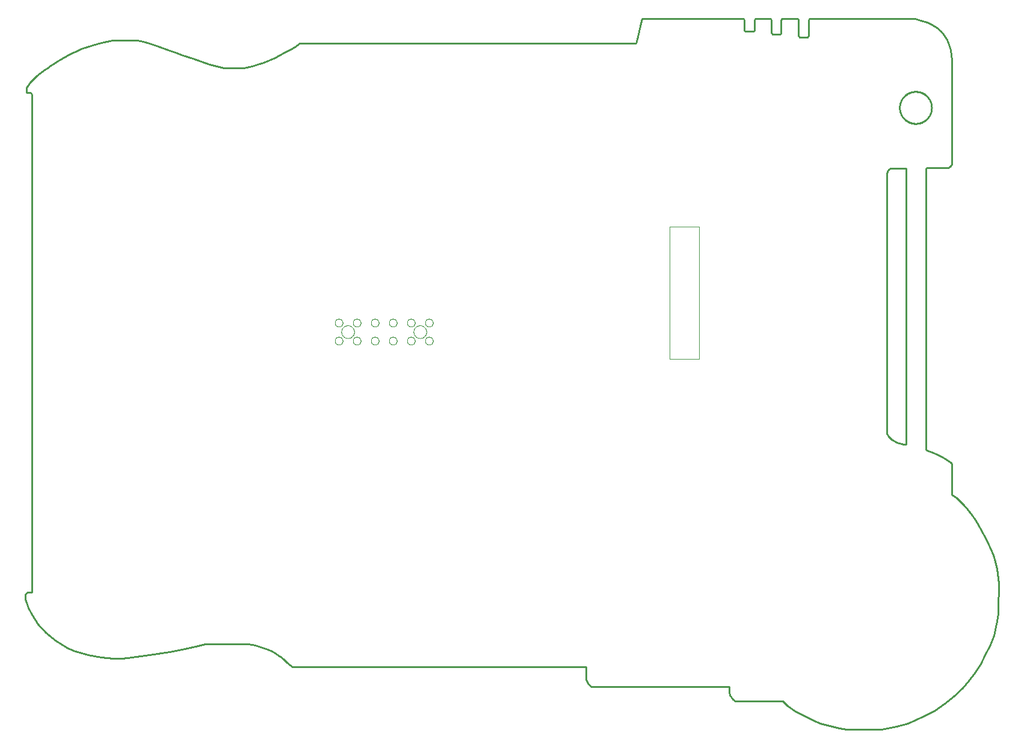
<source format=gbp>
G75*
%MOIN*%
%OFA0B0*%
%FSLAX25Y25*%
%IPPOS*%
%LPD*%
%AMOC8*
5,1,8,0,0,1.08239X$1,22.5*
%
%ADD10C,0.00000*%
%ADD11C,0.00394*%
%ADD12C,0.01000*%
D10*
X0182105Y0257072D02*
X0182107Y0257165D01*
X0182113Y0257257D01*
X0182123Y0257349D01*
X0182137Y0257440D01*
X0182154Y0257531D01*
X0182176Y0257621D01*
X0182201Y0257710D01*
X0182230Y0257798D01*
X0182263Y0257884D01*
X0182300Y0257969D01*
X0182340Y0258053D01*
X0182384Y0258134D01*
X0182431Y0258214D01*
X0182481Y0258292D01*
X0182535Y0258367D01*
X0182592Y0258440D01*
X0182652Y0258510D01*
X0182715Y0258578D01*
X0182781Y0258643D01*
X0182849Y0258705D01*
X0182920Y0258765D01*
X0182994Y0258821D01*
X0183070Y0258874D01*
X0183148Y0258923D01*
X0183228Y0258970D01*
X0183310Y0259012D01*
X0183394Y0259052D01*
X0183479Y0259087D01*
X0183566Y0259119D01*
X0183654Y0259148D01*
X0183743Y0259172D01*
X0183833Y0259193D01*
X0183924Y0259209D01*
X0184016Y0259222D01*
X0184108Y0259231D01*
X0184201Y0259236D01*
X0184293Y0259237D01*
X0184386Y0259234D01*
X0184478Y0259227D01*
X0184570Y0259216D01*
X0184661Y0259201D01*
X0184752Y0259183D01*
X0184842Y0259160D01*
X0184930Y0259134D01*
X0185018Y0259104D01*
X0185104Y0259070D01*
X0185188Y0259033D01*
X0185271Y0258991D01*
X0185352Y0258947D01*
X0185432Y0258899D01*
X0185509Y0258848D01*
X0185583Y0258793D01*
X0185656Y0258735D01*
X0185726Y0258675D01*
X0185793Y0258611D01*
X0185857Y0258545D01*
X0185919Y0258475D01*
X0185977Y0258404D01*
X0186032Y0258330D01*
X0186084Y0258253D01*
X0186133Y0258174D01*
X0186179Y0258094D01*
X0186221Y0258011D01*
X0186259Y0257927D01*
X0186294Y0257841D01*
X0186325Y0257754D01*
X0186352Y0257666D01*
X0186375Y0257576D01*
X0186395Y0257486D01*
X0186411Y0257395D01*
X0186423Y0257303D01*
X0186431Y0257211D01*
X0186435Y0257118D01*
X0186435Y0257026D01*
X0186431Y0256933D01*
X0186423Y0256841D01*
X0186411Y0256749D01*
X0186395Y0256658D01*
X0186375Y0256568D01*
X0186352Y0256478D01*
X0186325Y0256390D01*
X0186294Y0256303D01*
X0186259Y0256217D01*
X0186221Y0256133D01*
X0186179Y0256050D01*
X0186133Y0255970D01*
X0186084Y0255891D01*
X0186032Y0255814D01*
X0185977Y0255740D01*
X0185919Y0255669D01*
X0185857Y0255599D01*
X0185793Y0255533D01*
X0185726Y0255469D01*
X0185656Y0255409D01*
X0185583Y0255351D01*
X0185509Y0255296D01*
X0185432Y0255245D01*
X0185353Y0255197D01*
X0185271Y0255153D01*
X0185188Y0255111D01*
X0185104Y0255074D01*
X0185018Y0255040D01*
X0184930Y0255010D01*
X0184842Y0254984D01*
X0184752Y0254961D01*
X0184661Y0254943D01*
X0184570Y0254928D01*
X0184478Y0254917D01*
X0184386Y0254910D01*
X0184293Y0254907D01*
X0184201Y0254908D01*
X0184108Y0254913D01*
X0184016Y0254922D01*
X0183924Y0254935D01*
X0183833Y0254951D01*
X0183743Y0254972D01*
X0183654Y0254996D01*
X0183566Y0255025D01*
X0183479Y0255057D01*
X0183394Y0255092D01*
X0183310Y0255132D01*
X0183228Y0255174D01*
X0183148Y0255221D01*
X0183070Y0255270D01*
X0182994Y0255323D01*
X0182920Y0255379D01*
X0182849Y0255439D01*
X0182781Y0255501D01*
X0182715Y0255566D01*
X0182652Y0255634D01*
X0182592Y0255704D01*
X0182535Y0255777D01*
X0182481Y0255852D01*
X0182431Y0255930D01*
X0182384Y0256010D01*
X0182340Y0256091D01*
X0182300Y0256175D01*
X0182263Y0256260D01*
X0182230Y0256346D01*
X0182201Y0256434D01*
X0182176Y0256523D01*
X0182154Y0256613D01*
X0182137Y0256704D01*
X0182123Y0256795D01*
X0182113Y0256887D01*
X0182107Y0256979D01*
X0182105Y0257072D01*
X0185727Y0262072D02*
X0185729Y0262190D01*
X0185735Y0262309D01*
X0185745Y0262427D01*
X0185759Y0262544D01*
X0185776Y0262661D01*
X0185798Y0262778D01*
X0185824Y0262893D01*
X0185853Y0263008D01*
X0185886Y0263122D01*
X0185923Y0263234D01*
X0185964Y0263345D01*
X0186008Y0263455D01*
X0186056Y0263563D01*
X0186108Y0263670D01*
X0186163Y0263775D01*
X0186222Y0263878D01*
X0186284Y0263978D01*
X0186349Y0264077D01*
X0186418Y0264174D01*
X0186489Y0264268D01*
X0186564Y0264359D01*
X0186642Y0264449D01*
X0186723Y0264535D01*
X0186807Y0264619D01*
X0186893Y0264700D01*
X0186983Y0264778D01*
X0187074Y0264853D01*
X0187168Y0264924D01*
X0187265Y0264993D01*
X0187364Y0265058D01*
X0187464Y0265120D01*
X0187567Y0265179D01*
X0187672Y0265234D01*
X0187779Y0265286D01*
X0187887Y0265334D01*
X0187997Y0265378D01*
X0188108Y0265419D01*
X0188220Y0265456D01*
X0188334Y0265489D01*
X0188449Y0265518D01*
X0188564Y0265544D01*
X0188681Y0265566D01*
X0188798Y0265583D01*
X0188915Y0265597D01*
X0189033Y0265607D01*
X0189152Y0265613D01*
X0189270Y0265615D01*
X0189388Y0265613D01*
X0189507Y0265607D01*
X0189625Y0265597D01*
X0189742Y0265583D01*
X0189859Y0265566D01*
X0189976Y0265544D01*
X0190091Y0265518D01*
X0190206Y0265489D01*
X0190320Y0265456D01*
X0190432Y0265419D01*
X0190543Y0265378D01*
X0190653Y0265334D01*
X0190761Y0265286D01*
X0190868Y0265234D01*
X0190973Y0265179D01*
X0191076Y0265120D01*
X0191176Y0265058D01*
X0191275Y0264993D01*
X0191372Y0264924D01*
X0191466Y0264853D01*
X0191557Y0264778D01*
X0191647Y0264700D01*
X0191733Y0264619D01*
X0191817Y0264535D01*
X0191898Y0264449D01*
X0191976Y0264359D01*
X0192051Y0264268D01*
X0192122Y0264174D01*
X0192191Y0264077D01*
X0192256Y0263978D01*
X0192318Y0263878D01*
X0192377Y0263775D01*
X0192432Y0263670D01*
X0192484Y0263563D01*
X0192532Y0263455D01*
X0192576Y0263345D01*
X0192617Y0263234D01*
X0192654Y0263122D01*
X0192687Y0263008D01*
X0192716Y0262893D01*
X0192742Y0262778D01*
X0192764Y0262661D01*
X0192781Y0262544D01*
X0192795Y0262427D01*
X0192805Y0262309D01*
X0192811Y0262190D01*
X0192813Y0262072D01*
X0192811Y0261954D01*
X0192805Y0261835D01*
X0192795Y0261717D01*
X0192781Y0261600D01*
X0192764Y0261483D01*
X0192742Y0261366D01*
X0192716Y0261251D01*
X0192687Y0261136D01*
X0192654Y0261022D01*
X0192617Y0260910D01*
X0192576Y0260799D01*
X0192532Y0260689D01*
X0192484Y0260581D01*
X0192432Y0260474D01*
X0192377Y0260369D01*
X0192318Y0260266D01*
X0192256Y0260166D01*
X0192191Y0260067D01*
X0192122Y0259970D01*
X0192051Y0259876D01*
X0191976Y0259785D01*
X0191898Y0259695D01*
X0191817Y0259609D01*
X0191733Y0259525D01*
X0191647Y0259444D01*
X0191557Y0259366D01*
X0191466Y0259291D01*
X0191372Y0259220D01*
X0191275Y0259151D01*
X0191176Y0259086D01*
X0191076Y0259024D01*
X0190973Y0258965D01*
X0190868Y0258910D01*
X0190761Y0258858D01*
X0190653Y0258810D01*
X0190543Y0258766D01*
X0190432Y0258725D01*
X0190320Y0258688D01*
X0190206Y0258655D01*
X0190091Y0258626D01*
X0189976Y0258600D01*
X0189859Y0258578D01*
X0189742Y0258561D01*
X0189625Y0258547D01*
X0189507Y0258537D01*
X0189388Y0258531D01*
X0189270Y0258529D01*
X0189152Y0258531D01*
X0189033Y0258537D01*
X0188915Y0258547D01*
X0188798Y0258561D01*
X0188681Y0258578D01*
X0188564Y0258600D01*
X0188449Y0258626D01*
X0188334Y0258655D01*
X0188220Y0258688D01*
X0188108Y0258725D01*
X0187997Y0258766D01*
X0187887Y0258810D01*
X0187779Y0258858D01*
X0187672Y0258910D01*
X0187567Y0258965D01*
X0187464Y0259024D01*
X0187364Y0259086D01*
X0187265Y0259151D01*
X0187168Y0259220D01*
X0187074Y0259291D01*
X0186983Y0259366D01*
X0186893Y0259444D01*
X0186807Y0259525D01*
X0186723Y0259609D01*
X0186642Y0259695D01*
X0186564Y0259785D01*
X0186489Y0259876D01*
X0186418Y0259970D01*
X0186349Y0260067D01*
X0186284Y0260166D01*
X0186222Y0260266D01*
X0186163Y0260369D01*
X0186108Y0260474D01*
X0186056Y0260581D01*
X0186008Y0260689D01*
X0185964Y0260799D01*
X0185923Y0260910D01*
X0185886Y0261022D01*
X0185853Y0261136D01*
X0185824Y0261251D01*
X0185798Y0261366D01*
X0185776Y0261483D01*
X0185759Y0261600D01*
X0185745Y0261717D01*
X0185735Y0261835D01*
X0185729Y0261954D01*
X0185727Y0262072D01*
X0182105Y0267072D02*
X0182107Y0267165D01*
X0182113Y0267257D01*
X0182123Y0267349D01*
X0182137Y0267440D01*
X0182154Y0267531D01*
X0182176Y0267621D01*
X0182201Y0267710D01*
X0182230Y0267798D01*
X0182263Y0267884D01*
X0182300Y0267969D01*
X0182340Y0268053D01*
X0182384Y0268134D01*
X0182431Y0268214D01*
X0182481Y0268292D01*
X0182535Y0268367D01*
X0182592Y0268440D01*
X0182652Y0268510D01*
X0182715Y0268578D01*
X0182781Y0268643D01*
X0182849Y0268705D01*
X0182920Y0268765D01*
X0182994Y0268821D01*
X0183070Y0268874D01*
X0183148Y0268923D01*
X0183228Y0268970D01*
X0183310Y0269012D01*
X0183394Y0269052D01*
X0183479Y0269087D01*
X0183566Y0269119D01*
X0183654Y0269148D01*
X0183743Y0269172D01*
X0183833Y0269193D01*
X0183924Y0269209D01*
X0184016Y0269222D01*
X0184108Y0269231D01*
X0184201Y0269236D01*
X0184293Y0269237D01*
X0184386Y0269234D01*
X0184478Y0269227D01*
X0184570Y0269216D01*
X0184661Y0269201D01*
X0184752Y0269183D01*
X0184842Y0269160D01*
X0184930Y0269134D01*
X0185018Y0269104D01*
X0185104Y0269070D01*
X0185188Y0269033D01*
X0185271Y0268991D01*
X0185352Y0268947D01*
X0185432Y0268899D01*
X0185509Y0268848D01*
X0185583Y0268793D01*
X0185656Y0268735D01*
X0185726Y0268675D01*
X0185793Y0268611D01*
X0185857Y0268545D01*
X0185919Y0268475D01*
X0185977Y0268404D01*
X0186032Y0268330D01*
X0186084Y0268253D01*
X0186133Y0268174D01*
X0186179Y0268094D01*
X0186221Y0268011D01*
X0186259Y0267927D01*
X0186294Y0267841D01*
X0186325Y0267754D01*
X0186352Y0267666D01*
X0186375Y0267576D01*
X0186395Y0267486D01*
X0186411Y0267395D01*
X0186423Y0267303D01*
X0186431Y0267211D01*
X0186435Y0267118D01*
X0186435Y0267026D01*
X0186431Y0266933D01*
X0186423Y0266841D01*
X0186411Y0266749D01*
X0186395Y0266658D01*
X0186375Y0266568D01*
X0186352Y0266478D01*
X0186325Y0266390D01*
X0186294Y0266303D01*
X0186259Y0266217D01*
X0186221Y0266133D01*
X0186179Y0266050D01*
X0186133Y0265970D01*
X0186084Y0265891D01*
X0186032Y0265814D01*
X0185977Y0265740D01*
X0185919Y0265669D01*
X0185857Y0265599D01*
X0185793Y0265533D01*
X0185726Y0265469D01*
X0185656Y0265409D01*
X0185583Y0265351D01*
X0185509Y0265296D01*
X0185432Y0265245D01*
X0185353Y0265197D01*
X0185271Y0265153D01*
X0185188Y0265111D01*
X0185104Y0265074D01*
X0185018Y0265040D01*
X0184930Y0265010D01*
X0184842Y0264984D01*
X0184752Y0264961D01*
X0184661Y0264943D01*
X0184570Y0264928D01*
X0184478Y0264917D01*
X0184386Y0264910D01*
X0184293Y0264907D01*
X0184201Y0264908D01*
X0184108Y0264913D01*
X0184016Y0264922D01*
X0183924Y0264935D01*
X0183833Y0264951D01*
X0183743Y0264972D01*
X0183654Y0264996D01*
X0183566Y0265025D01*
X0183479Y0265057D01*
X0183394Y0265092D01*
X0183310Y0265132D01*
X0183228Y0265174D01*
X0183148Y0265221D01*
X0183070Y0265270D01*
X0182994Y0265323D01*
X0182920Y0265379D01*
X0182849Y0265439D01*
X0182781Y0265501D01*
X0182715Y0265566D01*
X0182652Y0265634D01*
X0182592Y0265704D01*
X0182535Y0265777D01*
X0182481Y0265852D01*
X0182431Y0265930D01*
X0182384Y0266010D01*
X0182340Y0266091D01*
X0182300Y0266175D01*
X0182263Y0266260D01*
X0182230Y0266346D01*
X0182201Y0266434D01*
X0182176Y0266523D01*
X0182154Y0266613D01*
X0182137Y0266704D01*
X0182123Y0266795D01*
X0182113Y0266887D01*
X0182107Y0266979D01*
X0182105Y0267072D01*
X0192105Y0267072D02*
X0192107Y0267165D01*
X0192113Y0267257D01*
X0192123Y0267349D01*
X0192137Y0267440D01*
X0192154Y0267531D01*
X0192176Y0267621D01*
X0192201Y0267710D01*
X0192230Y0267798D01*
X0192263Y0267884D01*
X0192300Y0267969D01*
X0192340Y0268053D01*
X0192384Y0268134D01*
X0192431Y0268214D01*
X0192481Y0268292D01*
X0192535Y0268367D01*
X0192592Y0268440D01*
X0192652Y0268510D01*
X0192715Y0268578D01*
X0192781Y0268643D01*
X0192849Y0268705D01*
X0192920Y0268765D01*
X0192994Y0268821D01*
X0193070Y0268874D01*
X0193148Y0268923D01*
X0193228Y0268970D01*
X0193310Y0269012D01*
X0193394Y0269052D01*
X0193479Y0269087D01*
X0193566Y0269119D01*
X0193654Y0269148D01*
X0193743Y0269172D01*
X0193833Y0269193D01*
X0193924Y0269209D01*
X0194016Y0269222D01*
X0194108Y0269231D01*
X0194201Y0269236D01*
X0194293Y0269237D01*
X0194386Y0269234D01*
X0194478Y0269227D01*
X0194570Y0269216D01*
X0194661Y0269201D01*
X0194752Y0269183D01*
X0194842Y0269160D01*
X0194930Y0269134D01*
X0195018Y0269104D01*
X0195104Y0269070D01*
X0195188Y0269033D01*
X0195271Y0268991D01*
X0195352Y0268947D01*
X0195432Y0268899D01*
X0195509Y0268848D01*
X0195583Y0268793D01*
X0195656Y0268735D01*
X0195726Y0268675D01*
X0195793Y0268611D01*
X0195857Y0268545D01*
X0195919Y0268475D01*
X0195977Y0268404D01*
X0196032Y0268330D01*
X0196084Y0268253D01*
X0196133Y0268174D01*
X0196179Y0268094D01*
X0196221Y0268011D01*
X0196259Y0267927D01*
X0196294Y0267841D01*
X0196325Y0267754D01*
X0196352Y0267666D01*
X0196375Y0267576D01*
X0196395Y0267486D01*
X0196411Y0267395D01*
X0196423Y0267303D01*
X0196431Y0267211D01*
X0196435Y0267118D01*
X0196435Y0267026D01*
X0196431Y0266933D01*
X0196423Y0266841D01*
X0196411Y0266749D01*
X0196395Y0266658D01*
X0196375Y0266568D01*
X0196352Y0266478D01*
X0196325Y0266390D01*
X0196294Y0266303D01*
X0196259Y0266217D01*
X0196221Y0266133D01*
X0196179Y0266050D01*
X0196133Y0265970D01*
X0196084Y0265891D01*
X0196032Y0265814D01*
X0195977Y0265740D01*
X0195919Y0265669D01*
X0195857Y0265599D01*
X0195793Y0265533D01*
X0195726Y0265469D01*
X0195656Y0265409D01*
X0195583Y0265351D01*
X0195509Y0265296D01*
X0195432Y0265245D01*
X0195353Y0265197D01*
X0195271Y0265153D01*
X0195188Y0265111D01*
X0195104Y0265074D01*
X0195018Y0265040D01*
X0194930Y0265010D01*
X0194842Y0264984D01*
X0194752Y0264961D01*
X0194661Y0264943D01*
X0194570Y0264928D01*
X0194478Y0264917D01*
X0194386Y0264910D01*
X0194293Y0264907D01*
X0194201Y0264908D01*
X0194108Y0264913D01*
X0194016Y0264922D01*
X0193924Y0264935D01*
X0193833Y0264951D01*
X0193743Y0264972D01*
X0193654Y0264996D01*
X0193566Y0265025D01*
X0193479Y0265057D01*
X0193394Y0265092D01*
X0193310Y0265132D01*
X0193228Y0265174D01*
X0193148Y0265221D01*
X0193070Y0265270D01*
X0192994Y0265323D01*
X0192920Y0265379D01*
X0192849Y0265439D01*
X0192781Y0265501D01*
X0192715Y0265566D01*
X0192652Y0265634D01*
X0192592Y0265704D01*
X0192535Y0265777D01*
X0192481Y0265852D01*
X0192431Y0265930D01*
X0192384Y0266010D01*
X0192340Y0266091D01*
X0192300Y0266175D01*
X0192263Y0266260D01*
X0192230Y0266346D01*
X0192201Y0266434D01*
X0192176Y0266523D01*
X0192154Y0266613D01*
X0192137Y0266704D01*
X0192123Y0266795D01*
X0192113Y0266887D01*
X0192107Y0266979D01*
X0192105Y0267072D01*
X0192105Y0257072D02*
X0192107Y0257165D01*
X0192113Y0257257D01*
X0192123Y0257349D01*
X0192137Y0257440D01*
X0192154Y0257531D01*
X0192176Y0257621D01*
X0192201Y0257710D01*
X0192230Y0257798D01*
X0192263Y0257884D01*
X0192300Y0257969D01*
X0192340Y0258053D01*
X0192384Y0258134D01*
X0192431Y0258214D01*
X0192481Y0258292D01*
X0192535Y0258367D01*
X0192592Y0258440D01*
X0192652Y0258510D01*
X0192715Y0258578D01*
X0192781Y0258643D01*
X0192849Y0258705D01*
X0192920Y0258765D01*
X0192994Y0258821D01*
X0193070Y0258874D01*
X0193148Y0258923D01*
X0193228Y0258970D01*
X0193310Y0259012D01*
X0193394Y0259052D01*
X0193479Y0259087D01*
X0193566Y0259119D01*
X0193654Y0259148D01*
X0193743Y0259172D01*
X0193833Y0259193D01*
X0193924Y0259209D01*
X0194016Y0259222D01*
X0194108Y0259231D01*
X0194201Y0259236D01*
X0194293Y0259237D01*
X0194386Y0259234D01*
X0194478Y0259227D01*
X0194570Y0259216D01*
X0194661Y0259201D01*
X0194752Y0259183D01*
X0194842Y0259160D01*
X0194930Y0259134D01*
X0195018Y0259104D01*
X0195104Y0259070D01*
X0195188Y0259033D01*
X0195271Y0258991D01*
X0195352Y0258947D01*
X0195432Y0258899D01*
X0195509Y0258848D01*
X0195583Y0258793D01*
X0195656Y0258735D01*
X0195726Y0258675D01*
X0195793Y0258611D01*
X0195857Y0258545D01*
X0195919Y0258475D01*
X0195977Y0258404D01*
X0196032Y0258330D01*
X0196084Y0258253D01*
X0196133Y0258174D01*
X0196179Y0258094D01*
X0196221Y0258011D01*
X0196259Y0257927D01*
X0196294Y0257841D01*
X0196325Y0257754D01*
X0196352Y0257666D01*
X0196375Y0257576D01*
X0196395Y0257486D01*
X0196411Y0257395D01*
X0196423Y0257303D01*
X0196431Y0257211D01*
X0196435Y0257118D01*
X0196435Y0257026D01*
X0196431Y0256933D01*
X0196423Y0256841D01*
X0196411Y0256749D01*
X0196395Y0256658D01*
X0196375Y0256568D01*
X0196352Y0256478D01*
X0196325Y0256390D01*
X0196294Y0256303D01*
X0196259Y0256217D01*
X0196221Y0256133D01*
X0196179Y0256050D01*
X0196133Y0255970D01*
X0196084Y0255891D01*
X0196032Y0255814D01*
X0195977Y0255740D01*
X0195919Y0255669D01*
X0195857Y0255599D01*
X0195793Y0255533D01*
X0195726Y0255469D01*
X0195656Y0255409D01*
X0195583Y0255351D01*
X0195509Y0255296D01*
X0195432Y0255245D01*
X0195353Y0255197D01*
X0195271Y0255153D01*
X0195188Y0255111D01*
X0195104Y0255074D01*
X0195018Y0255040D01*
X0194930Y0255010D01*
X0194842Y0254984D01*
X0194752Y0254961D01*
X0194661Y0254943D01*
X0194570Y0254928D01*
X0194478Y0254917D01*
X0194386Y0254910D01*
X0194293Y0254907D01*
X0194201Y0254908D01*
X0194108Y0254913D01*
X0194016Y0254922D01*
X0193924Y0254935D01*
X0193833Y0254951D01*
X0193743Y0254972D01*
X0193654Y0254996D01*
X0193566Y0255025D01*
X0193479Y0255057D01*
X0193394Y0255092D01*
X0193310Y0255132D01*
X0193228Y0255174D01*
X0193148Y0255221D01*
X0193070Y0255270D01*
X0192994Y0255323D01*
X0192920Y0255379D01*
X0192849Y0255439D01*
X0192781Y0255501D01*
X0192715Y0255566D01*
X0192652Y0255634D01*
X0192592Y0255704D01*
X0192535Y0255777D01*
X0192481Y0255852D01*
X0192431Y0255930D01*
X0192384Y0256010D01*
X0192340Y0256091D01*
X0192300Y0256175D01*
X0192263Y0256260D01*
X0192230Y0256346D01*
X0192201Y0256434D01*
X0192176Y0256523D01*
X0192154Y0256613D01*
X0192137Y0256704D01*
X0192123Y0256795D01*
X0192113Y0256887D01*
X0192107Y0256979D01*
X0192105Y0257072D01*
X0202105Y0257072D02*
X0202107Y0257165D01*
X0202113Y0257257D01*
X0202123Y0257349D01*
X0202137Y0257440D01*
X0202154Y0257531D01*
X0202176Y0257621D01*
X0202201Y0257710D01*
X0202230Y0257798D01*
X0202263Y0257884D01*
X0202300Y0257969D01*
X0202340Y0258053D01*
X0202384Y0258134D01*
X0202431Y0258214D01*
X0202481Y0258292D01*
X0202535Y0258367D01*
X0202592Y0258440D01*
X0202652Y0258510D01*
X0202715Y0258578D01*
X0202781Y0258643D01*
X0202849Y0258705D01*
X0202920Y0258765D01*
X0202994Y0258821D01*
X0203070Y0258874D01*
X0203148Y0258923D01*
X0203228Y0258970D01*
X0203310Y0259012D01*
X0203394Y0259052D01*
X0203479Y0259087D01*
X0203566Y0259119D01*
X0203654Y0259148D01*
X0203743Y0259172D01*
X0203833Y0259193D01*
X0203924Y0259209D01*
X0204016Y0259222D01*
X0204108Y0259231D01*
X0204201Y0259236D01*
X0204293Y0259237D01*
X0204386Y0259234D01*
X0204478Y0259227D01*
X0204570Y0259216D01*
X0204661Y0259201D01*
X0204752Y0259183D01*
X0204842Y0259160D01*
X0204930Y0259134D01*
X0205018Y0259104D01*
X0205104Y0259070D01*
X0205188Y0259033D01*
X0205271Y0258991D01*
X0205352Y0258947D01*
X0205432Y0258899D01*
X0205509Y0258848D01*
X0205583Y0258793D01*
X0205656Y0258735D01*
X0205726Y0258675D01*
X0205793Y0258611D01*
X0205857Y0258545D01*
X0205919Y0258475D01*
X0205977Y0258404D01*
X0206032Y0258330D01*
X0206084Y0258253D01*
X0206133Y0258174D01*
X0206179Y0258094D01*
X0206221Y0258011D01*
X0206259Y0257927D01*
X0206294Y0257841D01*
X0206325Y0257754D01*
X0206352Y0257666D01*
X0206375Y0257576D01*
X0206395Y0257486D01*
X0206411Y0257395D01*
X0206423Y0257303D01*
X0206431Y0257211D01*
X0206435Y0257118D01*
X0206435Y0257026D01*
X0206431Y0256933D01*
X0206423Y0256841D01*
X0206411Y0256749D01*
X0206395Y0256658D01*
X0206375Y0256568D01*
X0206352Y0256478D01*
X0206325Y0256390D01*
X0206294Y0256303D01*
X0206259Y0256217D01*
X0206221Y0256133D01*
X0206179Y0256050D01*
X0206133Y0255970D01*
X0206084Y0255891D01*
X0206032Y0255814D01*
X0205977Y0255740D01*
X0205919Y0255669D01*
X0205857Y0255599D01*
X0205793Y0255533D01*
X0205726Y0255469D01*
X0205656Y0255409D01*
X0205583Y0255351D01*
X0205509Y0255296D01*
X0205432Y0255245D01*
X0205353Y0255197D01*
X0205271Y0255153D01*
X0205188Y0255111D01*
X0205104Y0255074D01*
X0205018Y0255040D01*
X0204930Y0255010D01*
X0204842Y0254984D01*
X0204752Y0254961D01*
X0204661Y0254943D01*
X0204570Y0254928D01*
X0204478Y0254917D01*
X0204386Y0254910D01*
X0204293Y0254907D01*
X0204201Y0254908D01*
X0204108Y0254913D01*
X0204016Y0254922D01*
X0203924Y0254935D01*
X0203833Y0254951D01*
X0203743Y0254972D01*
X0203654Y0254996D01*
X0203566Y0255025D01*
X0203479Y0255057D01*
X0203394Y0255092D01*
X0203310Y0255132D01*
X0203228Y0255174D01*
X0203148Y0255221D01*
X0203070Y0255270D01*
X0202994Y0255323D01*
X0202920Y0255379D01*
X0202849Y0255439D01*
X0202781Y0255501D01*
X0202715Y0255566D01*
X0202652Y0255634D01*
X0202592Y0255704D01*
X0202535Y0255777D01*
X0202481Y0255852D01*
X0202431Y0255930D01*
X0202384Y0256010D01*
X0202340Y0256091D01*
X0202300Y0256175D01*
X0202263Y0256260D01*
X0202230Y0256346D01*
X0202201Y0256434D01*
X0202176Y0256523D01*
X0202154Y0256613D01*
X0202137Y0256704D01*
X0202123Y0256795D01*
X0202113Y0256887D01*
X0202107Y0256979D01*
X0202105Y0257072D01*
X0202105Y0267072D02*
X0202107Y0267165D01*
X0202113Y0267257D01*
X0202123Y0267349D01*
X0202137Y0267440D01*
X0202154Y0267531D01*
X0202176Y0267621D01*
X0202201Y0267710D01*
X0202230Y0267798D01*
X0202263Y0267884D01*
X0202300Y0267969D01*
X0202340Y0268053D01*
X0202384Y0268134D01*
X0202431Y0268214D01*
X0202481Y0268292D01*
X0202535Y0268367D01*
X0202592Y0268440D01*
X0202652Y0268510D01*
X0202715Y0268578D01*
X0202781Y0268643D01*
X0202849Y0268705D01*
X0202920Y0268765D01*
X0202994Y0268821D01*
X0203070Y0268874D01*
X0203148Y0268923D01*
X0203228Y0268970D01*
X0203310Y0269012D01*
X0203394Y0269052D01*
X0203479Y0269087D01*
X0203566Y0269119D01*
X0203654Y0269148D01*
X0203743Y0269172D01*
X0203833Y0269193D01*
X0203924Y0269209D01*
X0204016Y0269222D01*
X0204108Y0269231D01*
X0204201Y0269236D01*
X0204293Y0269237D01*
X0204386Y0269234D01*
X0204478Y0269227D01*
X0204570Y0269216D01*
X0204661Y0269201D01*
X0204752Y0269183D01*
X0204842Y0269160D01*
X0204930Y0269134D01*
X0205018Y0269104D01*
X0205104Y0269070D01*
X0205188Y0269033D01*
X0205271Y0268991D01*
X0205352Y0268947D01*
X0205432Y0268899D01*
X0205509Y0268848D01*
X0205583Y0268793D01*
X0205656Y0268735D01*
X0205726Y0268675D01*
X0205793Y0268611D01*
X0205857Y0268545D01*
X0205919Y0268475D01*
X0205977Y0268404D01*
X0206032Y0268330D01*
X0206084Y0268253D01*
X0206133Y0268174D01*
X0206179Y0268094D01*
X0206221Y0268011D01*
X0206259Y0267927D01*
X0206294Y0267841D01*
X0206325Y0267754D01*
X0206352Y0267666D01*
X0206375Y0267576D01*
X0206395Y0267486D01*
X0206411Y0267395D01*
X0206423Y0267303D01*
X0206431Y0267211D01*
X0206435Y0267118D01*
X0206435Y0267026D01*
X0206431Y0266933D01*
X0206423Y0266841D01*
X0206411Y0266749D01*
X0206395Y0266658D01*
X0206375Y0266568D01*
X0206352Y0266478D01*
X0206325Y0266390D01*
X0206294Y0266303D01*
X0206259Y0266217D01*
X0206221Y0266133D01*
X0206179Y0266050D01*
X0206133Y0265970D01*
X0206084Y0265891D01*
X0206032Y0265814D01*
X0205977Y0265740D01*
X0205919Y0265669D01*
X0205857Y0265599D01*
X0205793Y0265533D01*
X0205726Y0265469D01*
X0205656Y0265409D01*
X0205583Y0265351D01*
X0205509Y0265296D01*
X0205432Y0265245D01*
X0205353Y0265197D01*
X0205271Y0265153D01*
X0205188Y0265111D01*
X0205104Y0265074D01*
X0205018Y0265040D01*
X0204930Y0265010D01*
X0204842Y0264984D01*
X0204752Y0264961D01*
X0204661Y0264943D01*
X0204570Y0264928D01*
X0204478Y0264917D01*
X0204386Y0264910D01*
X0204293Y0264907D01*
X0204201Y0264908D01*
X0204108Y0264913D01*
X0204016Y0264922D01*
X0203924Y0264935D01*
X0203833Y0264951D01*
X0203743Y0264972D01*
X0203654Y0264996D01*
X0203566Y0265025D01*
X0203479Y0265057D01*
X0203394Y0265092D01*
X0203310Y0265132D01*
X0203228Y0265174D01*
X0203148Y0265221D01*
X0203070Y0265270D01*
X0202994Y0265323D01*
X0202920Y0265379D01*
X0202849Y0265439D01*
X0202781Y0265501D01*
X0202715Y0265566D01*
X0202652Y0265634D01*
X0202592Y0265704D01*
X0202535Y0265777D01*
X0202481Y0265852D01*
X0202431Y0265930D01*
X0202384Y0266010D01*
X0202340Y0266091D01*
X0202300Y0266175D01*
X0202263Y0266260D01*
X0202230Y0266346D01*
X0202201Y0266434D01*
X0202176Y0266523D01*
X0202154Y0266613D01*
X0202137Y0266704D01*
X0202123Y0266795D01*
X0202113Y0266887D01*
X0202107Y0266979D01*
X0202105Y0267072D01*
X0212105Y0267072D02*
X0212107Y0267165D01*
X0212113Y0267257D01*
X0212123Y0267349D01*
X0212137Y0267440D01*
X0212154Y0267531D01*
X0212176Y0267621D01*
X0212201Y0267710D01*
X0212230Y0267798D01*
X0212263Y0267884D01*
X0212300Y0267969D01*
X0212340Y0268053D01*
X0212384Y0268134D01*
X0212431Y0268214D01*
X0212481Y0268292D01*
X0212535Y0268367D01*
X0212592Y0268440D01*
X0212652Y0268510D01*
X0212715Y0268578D01*
X0212781Y0268643D01*
X0212849Y0268705D01*
X0212920Y0268765D01*
X0212994Y0268821D01*
X0213070Y0268874D01*
X0213148Y0268923D01*
X0213228Y0268970D01*
X0213310Y0269012D01*
X0213394Y0269052D01*
X0213479Y0269087D01*
X0213566Y0269119D01*
X0213654Y0269148D01*
X0213743Y0269172D01*
X0213833Y0269193D01*
X0213924Y0269209D01*
X0214016Y0269222D01*
X0214108Y0269231D01*
X0214201Y0269236D01*
X0214293Y0269237D01*
X0214386Y0269234D01*
X0214478Y0269227D01*
X0214570Y0269216D01*
X0214661Y0269201D01*
X0214752Y0269183D01*
X0214842Y0269160D01*
X0214930Y0269134D01*
X0215018Y0269104D01*
X0215104Y0269070D01*
X0215188Y0269033D01*
X0215271Y0268991D01*
X0215352Y0268947D01*
X0215432Y0268899D01*
X0215509Y0268848D01*
X0215583Y0268793D01*
X0215656Y0268735D01*
X0215726Y0268675D01*
X0215793Y0268611D01*
X0215857Y0268545D01*
X0215919Y0268475D01*
X0215977Y0268404D01*
X0216032Y0268330D01*
X0216084Y0268253D01*
X0216133Y0268174D01*
X0216179Y0268094D01*
X0216221Y0268011D01*
X0216259Y0267927D01*
X0216294Y0267841D01*
X0216325Y0267754D01*
X0216352Y0267666D01*
X0216375Y0267576D01*
X0216395Y0267486D01*
X0216411Y0267395D01*
X0216423Y0267303D01*
X0216431Y0267211D01*
X0216435Y0267118D01*
X0216435Y0267026D01*
X0216431Y0266933D01*
X0216423Y0266841D01*
X0216411Y0266749D01*
X0216395Y0266658D01*
X0216375Y0266568D01*
X0216352Y0266478D01*
X0216325Y0266390D01*
X0216294Y0266303D01*
X0216259Y0266217D01*
X0216221Y0266133D01*
X0216179Y0266050D01*
X0216133Y0265970D01*
X0216084Y0265891D01*
X0216032Y0265814D01*
X0215977Y0265740D01*
X0215919Y0265669D01*
X0215857Y0265599D01*
X0215793Y0265533D01*
X0215726Y0265469D01*
X0215656Y0265409D01*
X0215583Y0265351D01*
X0215509Y0265296D01*
X0215432Y0265245D01*
X0215353Y0265197D01*
X0215271Y0265153D01*
X0215188Y0265111D01*
X0215104Y0265074D01*
X0215018Y0265040D01*
X0214930Y0265010D01*
X0214842Y0264984D01*
X0214752Y0264961D01*
X0214661Y0264943D01*
X0214570Y0264928D01*
X0214478Y0264917D01*
X0214386Y0264910D01*
X0214293Y0264907D01*
X0214201Y0264908D01*
X0214108Y0264913D01*
X0214016Y0264922D01*
X0213924Y0264935D01*
X0213833Y0264951D01*
X0213743Y0264972D01*
X0213654Y0264996D01*
X0213566Y0265025D01*
X0213479Y0265057D01*
X0213394Y0265092D01*
X0213310Y0265132D01*
X0213228Y0265174D01*
X0213148Y0265221D01*
X0213070Y0265270D01*
X0212994Y0265323D01*
X0212920Y0265379D01*
X0212849Y0265439D01*
X0212781Y0265501D01*
X0212715Y0265566D01*
X0212652Y0265634D01*
X0212592Y0265704D01*
X0212535Y0265777D01*
X0212481Y0265852D01*
X0212431Y0265930D01*
X0212384Y0266010D01*
X0212340Y0266091D01*
X0212300Y0266175D01*
X0212263Y0266260D01*
X0212230Y0266346D01*
X0212201Y0266434D01*
X0212176Y0266523D01*
X0212154Y0266613D01*
X0212137Y0266704D01*
X0212123Y0266795D01*
X0212113Y0266887D01*
X0212107Y0266979D01*
X0212105Y0267072D01*
X0212105Y0257072D02*
X0212107Y0257165D01*
X0212113Y0257257D01*
X0212123Y0257349D01*
X0212137Y0257440D01*
X0212154Y0257531D01*
X0212176Y0257621D01*
X0212201Y0257710D01*
X0212230Y0257798D01*
X0212263Y0257884D01*
X0212300Y0257969D01*
X0212340Y0258053D01*
X0212384Y0258134D01*
X0212431Y0258214D01*
X0212481Y0258292D01*
X0212535Y0258367D01*
X0212592Y0258440D01*
X0212652Y0258510D01*
X0212715Y0258578D01*
X0212781Y0258643D01*
X0212849Y0258705D01*
X0212920Y0258765D01*
X0212994Y0258821D01*
X0213070Y0258874D01*
X0213148Y0258923D01*
X0213228Y0258970D01*
X0213310Y0259012D01*
X0213394Y0259052D01*
X0213479Y0259087D01*
X0213566Y0259119D01*
X0213654Y0259148D01*
X0213743Y0259172D01*
X0213833Y0259193D01*
X0213924Y0259209D01*
X0214016Y0259222D01*
X0214108Y0259231D01*
X0214201Y0259236D01*
X0214293Y0259237D01*
X0214386Y0259234D01*
X0214478Y0259227D01*
X0214570Y0259216D01*
X0214661Y0259201D01*
X0214752Y0259183D01*
X0214842Y0259160D01*
X0214930Y0259134D01*
X0215018Y0259104D01*
X0215104Y0259070D01*
X0215188Y0259033D01*
X0215271Y0258991D01*
X0215352Y0258947D01*
X0215432Y0258899D01*
X0215509Y0258848D01*
X0215583Y0258793D01*
X0215656Y0258735D01*
X0215726Y0258675D01*
X0215793Y0258611D01*
X0215857Y0258545D01*
X0215919Y0258475D01*
X0215977Y0258404D01*
X0216032Y0258330D01*
X0216084Y0258253D01*
X0216133Y0258174D01*
X0216179Y0258094D01*
X0216221Y0258011D01*
X0216259Y0257927D01*
X0216294Y0257841D01*
X0216325Y0257754D01*
X0216352Y0257666D01*
X0216375Y0257576D01*
X0216395Y0257486D01*
X0216411Y0257395D01*
X0216423Y0257303D01*
X0216431Y0257211D01*
X0216435Y0257118D01*
X0216435Y0257026D01*
X0216431Y0256933D01*
X0216423Y0256841D01*
X0216411Y0256749D01*
X0216395Y0256658D01*
X0216375Y0256568D01*
X0216352Y0256478D01*
X0216325Y0256390D01*
X0216294Y0256303D01*
X0216259Y0256217D01*
X0216221Y0256133D01*
X0216179Y0256050D01*
X0216133Y0255970D01*
X0216084Y0255891D01*
X0216032Y0255814D01*
X0215977Y0255740D01*
X0215919Y0255669D01*
X0215857Y0255599D01*
X0215793Y0255533D01*
X0215726Y0255469D01*
X0215656Y0255409D01*
X0215583Y0255351D01*
X0215509Y0255296D01*
X0215432Y0255245D01*
X0215353Y0255197D01*
X0215271Y0255153D01*
X0215188Y0255111D01*
X0215104Y0255074D01*
X0215018Y0255040D01*
X0214930Y0255010D01*
X0214842Y0254984D01*
X0214752Y0254961D01*
X0214661Y0254943D01*
X0214570Y0254928D01*
X0214478Y0254917D01*
X0214386Y0254910D01*
X0214293Y0254907D01*
X0214201Y0254908D01*
X0214108Y0254913D01*
X0214016Y0254922D01*
X0213924Y0254935D01*
X0213833Y0254951D01*
X0213743Y0254972D01*
X0213654Y0254996D01*
X0213566Y0255025D01*
X0213479Y0255057D01*
X0213394Y0255092D01*
X0213310Y0255132D01*
X0213228Y0255174D01*
X0213148Y0255221D01*
X0213070Y0255270D01*
X0212994Y0255323D01*
X0212920Y0255379D01*
X0212849Y0255439D01*
X0212781Y0255501D01*
X0212715Y0255566D01*
X0212652Y0255634D01*
X0212592Y0255704D01*
X0212535Y0255777D01*
X0212481Y0255852D01*
X0212431Y0255930D01*
X0212384Y0256010D01*
X0212340Y0256091D01*
X0212300Y0256175D01*
X0212263Y0256260D01*
X0212230Y0256346D01*
X0212201Y0256434D01*
X0212176Y0256523D01*
X0212154Y0256613D01*
X0212137Y0256704D01*
X0212123Y0256795D01*
X0212113Y0256887D01*
X0212107Y0256979D01*
X0212105Y0257072D01*
X0222105Y0257072D02*
X0222107Y0257165D01*
X0222113Y0257257D01*
X0222123Y0257349D01*
X0222137Y0257440D01*
X0222154Y0257531D01*
X0222176Y0257621D01*
X0222201Y0257710D01*
X0222230Y0257798D01*
X0222263Y0257884D01*
X0222300Y0257969D01*
X0222340Y0258053D01*
X0222384Y0258134D01*
X0222431Y0258214D01*
X0222481Y0258292D01*
X0222535Y0258367D01*
X0222592Y0258440D01*
X0222652Y0258510D01*
X0222715Y0258578D01*
X0222781Y0258643D01*
X0222849Y0258705D01*
X0222920Y0258765D01*
X0222994Y0258821D01*
X0223070Y0258874D01*
X0223148Y0258923D01*
X0223228Y0258970D01*
X0223310Y0259012D01*
X0223394Y0259052D01*
X0223479Y0259087D01*
X0223566Y0259119D01*
X0223654Y0259148D01*
X0223743Y0259172D01*
X0223833Y0259193D01*
X0223924Y0259209D01*
X0224016Y0259222D01*
X0224108Y0259231D01*
X0224201Y0259236D01*
X0224293Y0259237D01*
X0224386Y0259234D01*
X0224478Y0259227D01*
X0224570Y0259216D01*
X0224661Y0259201D01*
X0224752Y0259183D01*
X0224842Y0259160D01*
X0224930Y0259134D01*
X0225018Y0259104D01*
X0225104Y0259070D01*
X0225188Y0259033D01*
X0225271Y0258991D01*
X0225352Y0258947D01*
X0225432Y0258899D01*
X0225509Y0258848D01*
X0225583Y0258793D01*
X0225656Y0258735D01*
X0225726Y0258675D01*
X0225793Y0258611D01*
X0225857Y0258545D01*
X0225919Y0258475D01*
X0225977Y0258404D01*
X0226032Y0258330D01*
X0226084Y0258253D01*
X0226133Y0258174D01*
X0226179Y0258094D01*
X0226221Y0258011D01*
X0226259Y0257927D01*
X0226294Y0257841D01*
X0226325Y0257754D01*
X0226352Y0257666D01*
X0226375Y0257576D01*
X0226395Y0257486D01*
X0226411Y0257395D01*
X0226423Y0257303D01*
X0226431Y0257211D01*
X0226435Y0257118D01*
X0226435Y0257026D01*
X0226431Y0256933D01*
X0226423Y0256841D01*
X0226411Y0256749D01*
X0226395Y0256658D01*
X0226375Y0256568D01*
X0226352Y0256478D01*
X0226325Y0256390D01*
X0226294Y0256303D01*
X0226259Y0256217D01*
X0226221Y0256133D01*
X0226179Y0256050D01*
X0226133Y0255970D01*
X0226084Y0255891D01*
X0226032Y0255814D01*
X0225977Y0255740D01*
X0225919Y0255669D01*
X0225857Y0255599D01*
X0225793Y0255533D01*
X0225726Y0255469D01*
X0225656Y0255409D01*
X0225583Y0255351D01*
X0225509Y0255296D01*
X0225432Y0255245D01*
X0225353Y0255197D01*
X0225271Y0255153D01*
X0225188Y0255111D01*
X0225104Y0255074D01*
X0225018Y0255040D01*
X0224930Y0255010D01*
X0224842Y0254984D01*
X0224752Y0254961D01*
X0224661Y0254943D01*
X0224570Y0254928D01*
X0224478Y0254917D01*
X0224386Y0254910D01*
X0224293Y0254907D01*
X0224201Y0254908D01*
X0224108Y0254913D01*
X0224016Y0254922D01*
X0223924Y0254935D01*
X0223833Y0254951D01*
X0223743Y0254972D01*
X0223654Y0254996D01*
X0223566Y0255025D01*
X0223479Y0255057D01*
X0223394Y0255092D01*
X0223310Y0255132D01*
X0223228Y0255174D01*
X0223148Y0255221D01*
X0223070Y0255270D01*
X0222994Y0255323D01*
X0222920Y0255379D01*
X0222849Y0255439D01*
X0222781Y0255501D01*
X0222715Y0255566D01*
X0222652Y0255634D01*
X0222592Y0255704D01*
X0222535Y0255777D01*
X0222481Y0255852D01*
X0222431Y0255930D01*
X0222384Y0256010D01*
X0222340Y0256091D01*
X0222300Y0256175D01*
X0222263Y0256260D01*
X0222230Y0256346D01*
X0222201Y0256434D01*
X0222176Y0256523D01*
X0222154Y0256613D01*
X0222137Y0256704D01*
X0222123Y0256795D01*
X0222113Y0256887D01*
X0222107Y0256979D01*
X0222105Y0257072D01*
X0225727Y0262072D02*
X0225729Y0262190D01*
X0225735Y0262309D01*
X0225745Y0262427D01*
X0225759Y0262544D01*
X0225776Y0262661D01*
X0225798Y0262778D01*
X0225824Y0262893D01*
X0225853Y0263008D01*
X0225886Y0263122D01*
X0225923Y0263234D01*
X0225964Y0263345D01*
X0226008Y0263455D01*
X0226056Y0263563D01*
X0226108Y0263670D01*
X0226163Y0263775D01*
X0226222Y0263878D01*
X0226284Y0263978D01*
X0226349Y0264077D01*
X0226418Y0264174D01*
X0226489Y0264268D01*
X0226564Y0264359D01*
X0226642Y0264449D01*
X0226723Y0264535D01*
X0226807Y0264619D01*
X0226893Y0264700D01*
X0226983Y0264778D01*
X0227074Y0264853D01*
X0227168Y0264924D01*
X0227265Y0264993D01*
X0227364Y0265058D01*
X0227464Y0265120D01*
X0227567Y0265179D01*
X0227672Y0265234D01*
X0227779Y0265286D01*
X0227887Y0265334D01*
X0227997Y0265378D01*
X0228108Y0265419D01*
X0228220Y0265456D01*
X0228334Y0265489D01*
X0228449Y0265518D01*
X0228564Y0265544D01*
X0228681Y0265566D01*
X0228798Y0265583D01*
X0228915Y0265597D01*
X0229033Y0265607D01*
X0229152Y0265613D01*
X0229270Y0265615D01*
X0229388Y0265613D01*
X0229507Y0265607D01*
X0229625Y0265597D01*
X0229742Y0265583D01*
X0229859Y0265566D01*
X0229976Y0265544D01*
X0230091Y0265518D01*
X0230206Y0265489D01*
X0230320Y0265456D01*
X0230432Y0265419D01*
X0230543Y0265378D01*
X0230653Y0265334D01*
X0230761Y0265286D01*
X0230868Y0265234D01*
X0230973Y0265179D01*
X0231076Y0265120D01*
X0231176Y0265058D01*
X0231275Y0264993D01*
X0231372Y0264924D01*
X0231466Y0264853D01*
X0231557Y0264778D01*
X0231647Y0264700D01*
X0231733Y0264619D01*
X0231817Y0264535D01*
X0231898Y0264449D01*
X0231976Y0264359D01*
X0232051Y0264268D01*
X0232122Y0264174D01*
X0232191Y0264077D01*
X0232256Y0263978D01*
X0232318Y0263878D01*
X0232377Y0263775D01*
X0232432Y0263670D01*
X0232484Y0263563D01*
X0232532Y0263455D01*
X0232576Y0263345D01*
X0232617Y0263234D01*
X0232654Y0263122D01*
X0232687Y0263008D01*
X0232716Y0262893D01*
X0232742Y0262778D01*
X0232764Y0262661D01*
X0232781Y0262544D01*
X0232795Y0262427D01*
X0232805Y0262309D01*
X0232811Y0262190D01*
X0232813Y0262072D01*
X0232811Y0261954D01*
X0232805Y0261835D01*
X0232795Y0261717D01*
X0232781Y0261600D01*
X0232764Y0261483D01*
X0232742Y0261366D01*
X0232716Y0261251D01*
X0232687Y0261136D01*
X0232654Y0261022D01*
X0232617Y0260910D01*
X0232576Y0260799D01*
X0232532Y0260689D01*
X0232484Y0260581D01*
X0232432Y0260474D01*
X0232377Y0260369D01*
X0232318Y0260266D01*
X0232256Y0260166D01*
X0232191Y0260067D01*
X0232122Y0259970D01*
X0232051Y0259876D01*
X0231976Y0259785D01*
X0231898Y0259695D01*
X0231817Y0259609D01*
X0231733Y0259525D01*
X0231647Y0259444D01*
X0231557Y0259366D01*
X0231466Y0259291D01*
X0231372Y0259220D01*
X0231275Y0259151D01*
X0231176Y0259086D01*
X0231076Y0259024D01*
X0230973Y0258965D01*
X0230868Y0258910D01*
X0230761Y0258858D01*
X0230653Y0258810D01*
X0230543Y0258766D01*
X0230432Y0258725D01*
X0230320Y0258688D01*
X0230206Y0258655D01*
X0230091Y0258626D01*
X0229976Y0258600D01*
X0229859Y0258578D01*
X0229742Y0258561D01*
X0229625Y0258547D01*
X0229507Y0258537D01*
X0229388Y0258531D01*
X0229270Y0258529D01*
X0229152Y0258531D01*
X0229033Y0258537D01*
X0228915Y0258547D01*
X0228798Y0258561D01*
X0228681Y0258578D01*
X0228564Y0258600D01*
X0228449Y0258626D01*
X0228334Y0258655D01*
X0228220Y0258688D01*
X0228108Y0258725D01*
X0227997Y0258766D01*
X0227887Y0258810D01*
X0227779Y0258858D01*
X0227672Y0258910D01*
X0227567Y0258965D01*
X0227464Y0259024D01*
X0227364Y0259086D01*
X0227265Y0259151D01*
X0227168Y0259220D01*
X0227074Y0259291D01*
X0226983Y0259366D01*
X0226893Y0259444D01*
X0226807Y0259525D01*
X0226723Y0259609D01*
X0226642Y0259695D01*
X0226564Y0259785D01*
X0226489Y0259876D01*
X0226418Y0259970D01*
X0226349Y0260067D01*
X0226284Y0260166D01*
X0226222Y0260266D01*
X0226163Y0260369D01*
X0226108Y0260474D01*
X0226056Y0260581D01*
X0226008Y0260689D01*
X0225964Y0260799D01*
X0225923Y0260910D01*
X0225886Y0261022D01*
X0225853Y0261136D01*
X0225824Y0261251D01*
X0225798Y0261366D01*
X0225776Y0261483D01*
X0225759Y0261600D01*
X0225745Y0261717D01*
X0225735Y0261835D01*
X0225729Y0261954D01*
X0225727Y0262072D01*
X0222105Y0267072D02*
X0222107Y0267165D01*
X0222113Y0267257D01*
X0222123Y0267349D01*
X0222137Y0267440D01*
X0222154Y0267531D01*
X0222176Y0267621D01*
X0222201Y0267710D01*
X0222230Y0267798D01*
X0222263Y0267884D01*
X0222300Y0267969D01*
X0222340Y0268053D01*
X0222384Y0268134D01*
X0222431Y0268214D01*
X0222481Y0268292D01*
X0222535Y0268367D01*
X0222592Y0268440D01*
X0222652Y0268510D01*
X0222715Y0268578D01*
X0222781Y0268643D01*
X0222849Y0268705D01*
X0222920Y0268765D01*
X0222994Y0268821D01*
X0223070Y0268874D01*
X0223148Y0268923D01*
X0223228Y0268970D01*
X0223310Y0269012D01*
X0223394Y0269052D01*
X0223479Y0269087D01*
X0223566Y0269119D01*
X0223654Y0269148D01*
X0223743Y0269172D01*
X0223833Y0269193D01*
X0223924Y0269209D01*
X0224016Y0269222D01*
X0224108Y0269231D01*
X0224201Y0269236D01*
X0224293Y0269237D01*
X0224386Y0269234D01*
X0224478Y0269227D01*
X0224570Y0269216D01*
X0224661Y0269201D01*
X0224752Y0269183D01*
X0224842Y0269160D01*
X0224930Y0269134D01*
X0225018Y0269104D01*
X0225104Y0269070D01*
X0225188Y0269033D01*
X0225271Y0268991D01*
X0225352Y0268947D01*
X0225432Y0268899D01*
X0225509Y0268848D01*
X0225583Y0268793D01*
X0225656Y0268735D01*
X0225726Y0268675D01*
X0225793Y0268611D01*
X0225857Y0268545D01*
X0225919Y0268475D01*
X0225977Y0268404D01*
X0226032Y0268330D01*
X0226084Y0268253D01*
X0226133Y0268174D01*
X0226179Y0268094D01*
X0226221Y0268011D01*
X0226259Y0267927D01*
X0226294Y0267841D01*
X0226325Y0267754D01*
X0226352Y0267666D01*
X0226375Y0267576D01*
X0226395Y0267486D01*
X0226411Y0267395D01*
X0226423Y0267303D01*
X0226431Y0267211D01*
X0226435Y0267118D01*
X0226435Y0267026D01*
X0226431Y0266933D01*
X0226423Y0266841D01*
X0226411Y0266749D01*
X0226395Y0266658D01*
X0226375Y0266568D01*
X0226352Y0266478D01*
X0226325Y0266390D01*
X0226294Y0266303D01*
X0226259Y0266217D01*
X0226221Y0266133D01*
X0226179Y0266050D01*
X0226133Y0265970D01*
X0226084Y0265891D01*
X0226032Y0265814D01*
X0225977Y0265740D01*
X0225919Y0265669D01*
X0225857Y0265599D01*
X0225793Y0265533D01*
X0225726Y0265469D01*
X0225656Y0265409D01*
X0225583Y0265351D01*
X0225509Y0265296D01*
X0225432Y0265245D01*
X0225353Y0265197D01*
X0225271Y0265153D01*
X0225188Y0265111D01*
X0225104Y0265074D01*
X0225018Y0265040D01*
X0224930Y0265010D01*
X0224842Y0264984D01*
X0224752Y0264961D01*
X0224661Y0264943D01*
X0224570Y0264928D01*
X0224478Y0264917D01*
X0224386Y0264910D01*
X0224293Y0264907D01*
X0224201Y0264908D01*
X0224108Y0264913D01*
X0224016Y0264922D01*
X0223924Y0264935D01*
X0223833Y0264951D01*
X0223743Y0264972D01*
X0223654Y0264996D01*
X0223566Y0265025D01*
X0223479Y0265057D01*
X0223394Y0265092D01*
X0223310Y0265132D01*
X0223228Y0265174D01*
X0223148Y0265221D01*
X0223070Y0265270D01*
X0222994Y0265323D01*
X0222920Y0265379D01*
X0222849Y0265439D01*
X0222781Y0265501D01*
X0222715Y0265566D01*
X0222652Y0265634D01*
X0222592Y0265704D01*
X0222535Y0265777D01*
X0222481Y0265852D01*
X0222431Y0265930D01*
X0222384Y0266010D01*
X0222340Y0266091D01*
X0222300Y0266175D01*
X0222263Y0266260D01*
X0222230Y0266346D01*
X0222201Y0266434D01*
X0222176Y0266523D01*
X0222154Y0266613D01*
X0222137Y0266704D01*
X0222123Y0266795D01*
X0222113Y0266887D01*
X0222107Y0266979D01*
X0222105Y0267072D01*
X0232105Y0267072D02*
X0232107Y0267165D01*
X0232113Y0267257D01*
X0232123Y0267349D01*
X0232137Y0267440D01*
X0232154Y0267531D01*
X0232176Y0267621D01*
X0232201Y0267710D01*
X0232230Y0267798D01*
X0232263Y0267884D01*
X0232300Y0267969D01*
X0232340Y0268053D01*
X0232384Y0268134D01*
X0232431Y0268214D01*
X0232481Y0268292D01*
X0232535Y0268367D01*
X0232592Y0268440D01*
X0232652Y0268510D01*
X0232715Y0268578D01*
X0232781Y0268643D01*
X0232849Y0268705D01*
X0232920Y0268765D01*
X0232994Y0268821D01*
X0233070Y0268874D01*
X0233148Y0268923D01*
X0233228Y0268970D01*
X0233310Y0269012D01*
X0233394Y0269052D01*
X0233479Y0269087D01*
X0233566Y0269119D01*
X0233654Y0269148D01*
X0233743Y0269172D01*
X0233833Y0269193D01*
X0233924Y0269209D01*
X0234016Y0269222D01*
X0234108Y0269231D01*
X0234201Y0269236D01*
X0234293Y0269237D01*
X0234386Y0269234D01*
X0234478Y0269227D01*
X0234570Y0269216D01*
X0234661Y0269201D01*
X0234752Y0269183D01*
X0234842Y0269160D01*
X0234930Y0269134D01*
X0235018Y0269104D01*
X0235104Y0269070D01*
X0235188Y0269033D01*
X0235271Y0268991D01*
X0235352Y0268947D01*
X0235432Y0268899D01*
X0235509Y0268848D01*
X0235583Y0268793D01*
X0235656Y0268735D01*
X0235726Y0268675D01*
X0235793Y0268611D01*
X0235857Y0268545D01*
X0235919Y0268475D01*
X0235977Y0268404D01*
X0236032Y0268330D01*
X0236084Y0268253D01*
X0236133Y0268174D01*
X0236179Y0268094D01*
X0236221Y0268011D01*
X0236259Y0267927D01*
X0236294Y0267841D01*
X0236325Y0267754D01*
X0236352Y0267666D01*
X0236375Y0267576D01*
X0236395Y0267486D01*
X0236411Y0267395D01*
X0236423Y0267303D01*
X0236431Y0267211D01*
X0236435Y0267118D01*
X0236435Y0267026D01*
X0236431Y0266933D01*
X0236423Y0266841D01*
X0236411Y0266749D01*
X0236395Y0266658D01*
X0236375Y0266568D01*
X0236352Y0266478D01*
X0236325Y0266390D01*
X0236294Y0266303D01*
X0236259Y0266217D01*
X0236221Y0266133D01*
X0236179Y0266050D01*
X0236133Y0265970D01*
X0236084Y0265891D01*
X0236032Y0265814D01*
X0235977Y0265740D01*
X0235919Y0265669D01*
X0235857Y0265599D01*
X0235793Y0265533D01*
X0235726Y0265469D01*
X0235656Y0265409D01*
X0235583Y0265351D01*
X0235509Y0265296D01*
X0235432Y0265245D01*
X0235353Y0265197D01*
X0235271Y0265153D01*
X0235188Y0265111D01*
X0235104Y0265074D01*
X0235018Y0265040D01*
X0234930Y0265010D01*
X0234842Y0264984D01*
X0234752Y0264961D01*
X0234661Y0264943D01*
X0234570Y0264928D01*
X0234478Y0264917D01*
X0234386Y0264910D01*
X0234293Y0264907D01*
X0234201Y0264908D01*
X0234108Y0264913D01*
X0234016Y0264922D01*
X0233924Y0264935D01*
X0233833Y0264951D01*
X0233743Y0264972D01*
X0233654Y0264996D01*
X0233566Y0265025D01*
X0233479Y0265057D01*
X0233394Y0265092D01*
X0233310Y0265132D01*
X0233228Y0265174D01*
X0233148Y0265221D01*
X0233070Y0265270D01*
X0232994Y0265323D01*
X0232920Y0265379D01*
X0232849Y0265439D01*
X0232781Y0265501D01*
X0232715Y0265566D01*
X0232652Y0265634D01*
X0232592Y0265704D01*
X0232535Y0265777D01*
X0232481Y0265852D01*
X0232431Y0265930D01*
X0232384Y0266010D01*
X0232340Y0266091D01*
X0232300Y0266175D01*
X0232263Y0266260D01*
X0232230Y0266346D01*
X0232201Y0266434D01*
X0232176Y0266523D01*
X0232154Y0266613D01*
X0232137Y0266704D01*
X0232123Y0266795D01*
X0232113Y0266887D01*
X0232107Y0266979D01*
X0232105Y0267072D01*
X0232105Y0257072D02*
X0232107Y0257165D01*
X0232113Y0257257D01*
X0232123Y0257349D01*
X0232137Y0257440D01*
X0232154Y0257531D01*
X0232176Y0257621D01*
X0232201Y0257710D01*
X0232230Y0257798D01*
X0232263Y0257884D01*
X0232300Y0257969D01*
X0232340Y0258053D01*
X0232384Y0258134D01*
X0232431Y0258214D01*
X0232481Y0258292D01*
X0232535Y0258367D01*
X0232592Y0258440D01*
X0232652Y0258510D01*
X0232715Y0258578D01*
X0232781Y0258643D01*
X0232849Y0258705D01*
X0232920Y0258765D01*
X0232994Y0258821D01*
X0233070Y0258874D01*
X0233148Y0258923D01*
X0233228Y0258970D01*
X0233310Y0259012D01*
X0233394Y0259052D01*
X0233479Y0259087D01*
X0233566Y0259119D01*
X0233654Y0259148D01*
X0233743Y0259172D01*
X0233833Y0259193D01*
X0233924Y0259209D01*
X0234016Y0259222D01*
X0234108Y0259231D01*
X0234201Y0259236D01*
X0234293Y0259237D01*
X0234386Y0259234D01*
X0234478Y0259227D01*
X0234570Y0259216D01*
X0234661Y0259201D01*
X0234752Y0259183D01*
X0234842Y0259160D01*
X0234930Y0259134D01*
X0235018Y0259104D01*
X0235104Y0259070D01*
X0235188Y0259033D01*
X0235271Y0258991D01*
X0235352Y0258947D01*
X0235432Y0258899D01*
X0235509Y0258848D01*
X0235583Y0258793D01*
X0235656Y0258735D01*
X0235726Y0258675D01*
X0235793Y0258611D01*
X0235857Y0258545D01*
X0235919Y0258475D01*
X0235977Y0258404D01*
X0236032Y0258330D01*
X0236084Y0258253D01*
X0236133Y0258174D01*
X0236179Y0258094D01*
X0236221Y0258011D01*
X0236259Y0257927D01*
X0236294Y0257841D01*
X0236325Y0257754D01*
X0236352Y0257666D01*
X0236375Y0257576D01*
X0236395Y0257486D01*
X0236411Y0257395D01*
X0236423Y0257303D01*
X0236431Y0257211D01*
X0236435Y0257118D01*
X0236435Y0257026D01*
X0236431Y0256933D01*
X0236423Y0256841D01*
X0236411Y0256749D01*
X0236395Y0256658D01*
X0236375Y0256568D01*
X0236352Y0256478D01*
X0236325Y0256390D01*
X0236294Y0256303D01*
X0236259Y0256217D01*
X0236221Y0256133D01*
X0236179Y0256050D01*
X0236133Y0255970D01*
X0236084Y0255891D01*
X0236032Y0255814D01*
X0235977Y0255740D01*
X0235919Y0255669D01*
X0235857Y0255599D01*
X0235793Y0255533D01*
X0235726Y0255469D01*
X0235656Y0255409D01*
X0235583Y0255351D01*
X0235509Y0255296D01*
X0235432Y0255245D01*
X0235353Y0255197D01*
X0235271Y0255153D01*
X0235188Y0255111D01*
X0235104Y0255074D01*
X0235018Y0255040D01*
X0234930Y0255010D01*
X0234842Y0254984D01*
X0234752Y0254961D01*
X0234661Y0254943D01*
X0234570Y0254928D01*
X0234478Y0254917D01*
X0234386Y0254910D01*
X0234293Y0254907D01*
X0234201Y0254908D01*
X0234108Y0254913D01*
X0234016Y0254922D01*
X0233924Y0254935D01*
X0233833Y0254951D01*
X0233743Y0254972D01*
X0233654Y0254996D01*
X0233566Y0255025D01*
X0233479Y0255057D01*
X0233394Y0255092D01*
X0233310Y0255132D01*
X0233228Y0255174D01*
X0233148Y0255221D01*
X0233070Y0255270D01*
X0232994Y0255323D01*
X0232920Y0255379D01*
X0232849Y0255439D01*
X0232781Y0255501D01*
X0232715Y0255566D01*
X0232652Y0255634D01*
X0232592Y0255704D01*
X0232535Y0255777D01*
X0232481Y0255852D01*
X0232431Y0255930D01*
X0232384Y0256010D01*
X0232340Y0256091D01*
X0232300Y0256175D01*
X0232263Y0256260D01*
X0232230Y0256346D01*
X0232201Y0256434D01*
X0232176Y0256523D01*
X0232154Y0256613D01*
X0232137Y0256704D01*
X0232123Y0256795D01*
X0232113Y0256887D01*
X0232107Y0256979D01*
X0232105Y0257072D01*
X0367538Y0315615D02*
X0367538Y0320339D01*
D11*
X0367538Y0247111D01*
X0384073Y0247111D01*
X0384073Y0320339D01*
X0367538Y0320339D01*
D12*
X0045260Y0083074D02*
X0037261Y0085407D01*
X0033595Y0087074D01*
X0027262Y0091073D01*
X0021929Y0095406D01*
X0017596Y0100072D01*
X0014263Y0105405D01*
X0012263Y0109071D01*
X0011264Y0112071D01*
X0010597Y0113738D01*
X0010597Y0116737D01*
X0011930Y0117737D01*
X0014263Y0117737D01*
X0014263Y0393710D01*
X0013930Y0394043D01*
X0013928Y0394093D01*
X0013923Y0394142D01*
X0013913Y0394191D01*
X0013900Y0394240D01*
X0013884Y0394287D01*
X0013864Y0394332D01*
X0013841Y0394377D01*
X0013814Y0394419D01*
X0013784Y0394459D01*
X0013752Y0394497D01*
X0013717Y0394532D01*
X0013679Y0394564D01*
X0013639Y0394594D01*
X0013597Y0394621D01*
X0013552Y0394644D01*
X0013507Y0394664D01*
X0013460Y0394680D01*
X0013411Y0394693D01*
X0013362Y0394703D01*
X0013313Y0394708D01*
X0013263Y0394710D01*
X0013263Y0394709D02*
X0011597Y0394709D01*
X0011597Y0394710D02*
X0011562Y0394712D01*
X0011528Y0394717D01*
X0011494Y0394726D01*
X0011462Y0394739D01*
X0011431Y0394755D01*
X0011401Y0394774D01*
X0011374Y0394796D01*
X0011350Y0394820D01*
X0011328Y0394847D01*
X0011309Y0394877D01*
X0011293Y0394908D01*
X0011280Y0394940D01*
X0011271Y0394974D01*
X0011266Y0395008D01*
X0011264Y0395043D01*
X0011264Y0397376D01*
X0011266Y0397411D01*
X0011271Y0397445D01*
X0011280Y0397479D01*
X0011293Y0397511D01*
X0011309Y0397543D01*
X0011328Y0397572D01*
X0011350Y0397599D01*
X0011374Y0397623D01*
X0011401Y0397645D01*
X0011431Y0397664D01*
X0011462Y0397680D01*
X0011494Y0397693D01*
X0011528Y0397702D01*
X0011562Y0397707D01*
X0011597Y0397709D01*
X0011597Y0398042D01*
X0011599Y0398077D01*
X0011604Y0398111D01*
X0011613Y0398145D01*
X0011626Y0398177D01*
X0011642Y0398209D01*
X0011661Y0398238D01*
X0011683Y0398265D01*
X0011707Y0398289D01*
X0011734Y0398311D01*
X0011764Y0398330D01*
X0011795Y0398346D01*
X0011827Y0398359D01*
X0011861Y0398368D01*
X0011895Y0398373D01*
X0011930Y0398375D01*
X0011930Y0398376D02*
X0013263Y0400376D01*
X0014263Y0401375D01*
X0016930Y0404042D01*
X0018596Y0405375D01*
X0019929Y0406375D01*
X0021263Y0407375D01*
X0022929Y0408375D01*
X0024596Y0409708D01*
X0026262Y0410708D01*
X0028262Y0412041D01*
X0029928Y0413041D01*
X0032261Y0414374D01*
X0034595Y0415707D01*
X0036594Y0416707D01*
X0038927Y0417707D01*
X0041594Y0419040D01*
X0047927Y0421040D01*
X0052593Y0422373D01*
X0058925Y0423707D01*
X0072591Y0423707D01*
X0075924Y0423040D01*
X0079257Y0422040D01*
X0083256Y0420707D01*
X0086923Y0419374D01*
X0090589Y0418040D01*
X0093589Y0417041D01*
X0097922Y0415374D01*
X0103254Y0413708D01*
X0107921Y0412041D01*
X0112587Y0410375D01*
X0120586Y0408375D01*
X0131585Y0408375D01*
X0136251Y0409375D01*
X0139251Y0410375D01*
X0142584Y0411374D01*
X0148916Y0414041D01*
X0151250Y0415374D01*
X0154249Y0417041D01*
X0157582Y0418707D01*
X0159915Y0420040D01*
X0161249Y0421040D01*
X0162582Y0422040D01*
X0348896Y0422040D01*
X0349563Y0424373D01*
X0349896Y0425706D01*
X0350563Y0428706D01*
X0351230Y0431706D01*
X0351563Y0433039D01*
X0351896Y0434372D01*
X0352229Y0435705D01*
X0408557Y0435705D01*
X0408890Y0434705D01*
X0408890Y0429039D01*
X0409557Y0428706D01*
X0413890Y0428706D01*
X0414557Y0429039D01*
X0414557Y0434705D01*
X0414890Y0435705D01*
X0423556Y0435705D01*
X0423889Y0434705D01*
X0423889Y0428039D01*
X0424556Y0427040D01*
X0428555Y0427040D01*
X0429222Y0427373D01*
X0429222Y0435039D01*
X0429888Y0435705D01*
X0438554Y0435705D01*
X0438887Y0435039D01*
X0438887Y0426373D01*
X0439554Y0425373D01*
X0443887Y0425373D01*
X0444554Y0426373D01*
X0444554Y0434705D01*
X0444887Y0435705D01*
X0503548Y0435705D01*
X0506547Y0434705D01*
X0510214Y0433706D01*
X0512880Y0432372D01*
X0515546Y0430706D01*
X0517880Y0428706D01*
X0519213Y0427040D01*
X0521213Y0424040D01*
X0522212Y0421373D01*
X0523212Y0418374D01*
X0523879Y0412708D01*
X0523879Y0355047D01*
X0523546Y0354380D01*
X0522879Y0353714D01*
X0521879Y0353047D01*
X0509880Y0353047D01*
X0509547Y0352380D01*
X0509547Y0196729D01*
X0510880Y0196063D01*
X0512880Y0195396D01*
X0515880Y0194063D01*
X0518546Y0192730D01*
X0520213Y0191730D01*
X0523212Y0189730D01*
X0523879Y0189063D01*
X0523879Y0171732D01*
X0524546Y0171398D01*
X0525545Y0170732D01*
X0526545Y0170065D01*
X0528212Y0168399D01*
X0530545Y0166066D01*
X0532545Y0163733D01*
X0534878Y0160733D01*
X0536544Y0158400D01*
X0538211Y0155733D01*
X0540544Y0151400D01*
X0542210Y0148401D01*
X0543877Y0145068D01*
X0545210Y0142068D01*
X0546877Y0138402D01*
X0547877Y0134735D01*
X0548876Y0130736D01*
X0549543Y0125403D01*
X0549876Y0122737D01*
X0549543Y0107738D01*
X0549543Y0106072D01*
X0548876Y0101739D01*
X0548210Y0098739D01*
X0547210Y0093740D01*
X0544877Y0088073D01*
X0542210Y0083074D01*
X0539877Y0078074D01*
X0536544Y0073075D01*
X0533211Y0068742D01*
X0529878Y0064742D01*
X0524879Y0060076D01*
X0519879Y0056077D01*
X0514213Y0052077D01*
X0508214Y0049077D01*
X0499548Y0045078D01*
X0493215Y0043411D01*
X0484883Y0041745D01*
X0465551Y0041745D01*
X0461552Y0042411D01*
X0457552Y0043411D01*
X0450886Y0045078D01*
X0447220Y0046744D01*
X0443887Y0048411D01*
X0437221Y0051744D01*
X0432888Y0054743D01*
X0430222Y0057410D01*
X0403891Y0057410D01*
X0402558Y0058410D01*
X0400891Y0060743D01*
X0400558Y0062409D01*
X0400558Y0065409D01*
X0324232Y0065409D01*
X0322566Y0066742D01*
X0321233Y0069409D01*
X0321233Y0076408D01*
X0158582Y0076408D01*
X0157249Y0077408D01*
X0155582Y0078741D01*
X0153583Y0080741D01*
X0151916Y0082074D01*
X0151250Y0082407D01*
X0148916Y0084074D01*
X0147250Y0085074D01*
X0144917Y0086074D01*
X0140917Y0087407D01*
X0137918Y0088407D01*
X0134251Y0089073D01*
X0110254Y0089073D01*
X0104921Y0087740D01*
X0097255Y0086074D01*
X0090589Y0084740D01*
X0079257Y0083074D01*
X0067258Y0081407D01*
X0063925Y0081074D01*
X0059259Y0081074D01*
X0052593Y0081741D01*
X0045260Y0083074D01*
X0487883Y0205728D02*
X0488882Y0204062D01*
X0490549Y0202395D01*
X0493549Y0200729D01*
X0495882Y0200062D01*
X0497215Y0199729D01*
X0498548Y0199729D01*
X0498548Y0352714D01*
X0489882Y0352714D01*
X0488882Y0352047D01*
X0488216Y0351047D01*
X0487883Y0349714D01*
X0487883Y0205728D01*
X0495006Y0386377D02*
X0495009Y0386595D01*
X0495017Y0386812D01*
X0495030Y0387030D01*
X0495049Y0387247D01*
X0495073Y0387463D01*
X0495102Y0387679D01*
X0495137Y0387894D01*
X0495177Y0388108D01*
X0495222Y0388322D01*
X0495272Y0388533D01*
X0495327Y0388744D01*
X0495388Y0388953D01*
X0495454Y0389161D01*
X0495525Y0389367D01*
X0495601Y0389571D01*
X0495682Y0389773D01*
X0495767Y0389974D01*
X0495858Y0390172D01*
X0495954Y0390367D01*
X0496054Y0390561D01*
X0496159Y0390751D01*
X0496269Y0390940D01*
X0496383Y0391125D01*
X0496502Y0391308D01*
X0496625Y0391487D01*
X0496753Y0391664D01*
X0496884Y0391837D01*
X0497021Y0392007D01*
X0497161Y0392174D01*
X0497305Y0392337D01*
X0497453Y0392497D01*
X0497605Y0392653D01*
X0497761Y0392805D01*
X0497921Y0392953D01*
X0498084Y0393097D01*
X0498251Y0393237D01*
X0498421Y0393374D01*
X0498594Y0393505D01*
X0498771Y0393633D01*
X0498950Y0393756D01*
X0499133Y0393875D01*
X0499318Y0393989D01*
X0499507Y0394099D01*
X0499697Y0394204D01*
X0499891Y0394304D01*
X0500086Y0394400D01*
X0500284Y0394491D01*
X0500485Y0394576D01*
X0500687Y0394657D01*
X0500891Y0394733D01*
X0501097Y0394804D01*
X0501305Y0394870D01*
X0501514Y0394931D01*
X0501725Y0394986D01*
X0501936Y0395036D01*
X0502150Y0395081D01*
X0502364Y0395121D01*
X0502579Y0395156D01*
X0502795Y0395185D01*
X0503011Y0395209D01*
X0503228Y0395228D01*
X0503446Y0395241D01*
X0503663Y0395249D01*
X0503881Y0395252D01*
X0504099Y0395249D01*
X0504316Y0395241D01*
X0504534Y0395228D01*
X0504751Y0395209D01*
X0504967Y0395185D01*
X0505183Y0395156D01*
X0505398Y0395121D01*
X0505612Y0395081D01*
X0505826Y0395036D01*
X0506037Y0394986D01*
X0506248Y0394931D01*
X0506457Y0394870D01*
X0506665Y0394804D01*
X0506871Y0394733D01*
X0507075Y0394657D01*
X0507277Y0394576D01*
X0507478Y0394491D01*
X0507676Y0394400D01*
X0507871Y0394304D01*
X0508065Y0394204D01*
X0508255Y0394099D01*
X0508444Y0393989D01*
X0508629Y0393875D01*
X0508812Y0393756D01*
X0508991Y0393633D01*
X0509168Y0393505D01*
X0509341Y0393374D01*
X0509511Y0393237D01*
X0509678Y0393097D01*
X0509841Y0392953D01*
X0510001Y0392805D01*
X0510157Y0392653D01*
X0510309Y0392497D01*
X0510457Y0392337D01*
X0510601Y0392174D01*
X0510741Y0392007D01*
X0510878Y0391837D01*
X0511009Y0391664D01*
X0511137Y0391487D01*
X0511260Y0391308D01*
X0511379Y0391125D01*
X0511493Y0390940D01*
X0511603Y0390751D01*
X0511708Y0390561D01*
X0511808Y0390367D01*
X0511904Y0390172D01*
X0511995Y0389974D01*
X0512080Y0389773D01*
X0512161Y0389571D01*
X0512237Y0389367D01*
X0512308Y0389161D01*
X0512374Y0388953D01*
X0512435Y0388744D01*
X0512490Y0388533D01*
X0512540Y0388322D01*
X0512585Y0388108D01*
X0512625Y0387894D01*
X0512660Y0387679D01*
X0512689Y0387463D01*
X0512713Y0387247D01*
X0512732Y0387030D01*
X0512745Y0386812D01*
X0512753Y0386595D01*
X0512756Y0386377D01*
X0512753Y0386159D01*
X0512745Y0385942D01*
X0512732Y0385724D01*
X0512713Y0385507D01*
X0512689Y0385291D01*
X0512660Y0385075D01*
X0512625Y0384860D01*
X0512585Y0384646D01*
X0512540Y0384432D01*
X0512490Y0384221D01*
X0512435Y0384010D01*
X0512374Y0383801D01*
X0512308Y0383593D01*
X0512237Y0383387D01*
X0512161Y0383183D01*
X0512080Y0382981D01*
X0511995Y0382780D01*
X0511904Y0382582D01*
X0511808Y0382387D01*
X0511708Y0382193D01*
X0511603Y0382003D01*
X0511493Y0381814D01*
X0511379Y0381629D01*
X0511260Y0381446D01*
X0511137Y0381267D01*
X0511009Y0381090D01*
X0510878Y0380917D01*
X0510741Y0380747D01*
X0510601Y0380580D01*
X0510457Y0380417D01*
X0510309Y0380257D01*
X0510157Y0380101D01*
X0510001Y0379949D01*
X0509841Y0379801D01*
X0509678Y0379657D01*
X0509511Y0379517D01*
X0509341Y0379380D01*
X0509168Y0379249D01*
X0508991Y0379121D01*
X0508812Y0378998D01*
X0508629Y0378879D01*
X0508444Y0378765D01*
X0508255Y0378655D01*
X0508065Y0378550D01*
X0507871Y0378450D01*
X0507676Y0378354D01*
X0507478Y0378263D01*
X0507277Y0378178D01*
X0507075Y0378097D01*
X0506871Y0378021D01*
X0506665Y0377950D01*
X0506457Y0377884D01*
X0506248Y0377823D01*
X0506037Y0377768D01*
X0505826Y0377718D01*
X0505612Y0377673D01*
X0505398Y0377633D01*
X0505183Y0377598D01*
X0504967Y0377569D01*
X0504751Y0377545D01*
X0504534Y0377526D01*
X0504316Y0377513D01*
X0504099Y0377505D01*
X0503881Y0377502D01*
X0503663Y0377505D01*
X0503446Y0377513D01*
X0503228Y0377526D01*
X0503011Y0377545D01*
X0502795Y0377569D01*
X0502579Y0377598D01*
X0502364Y0377633D01*
X0502150Y0377673D01*
X0501936Y0377718D01*
X0501725Y0377768D01*
X0501514Y0377823D01*
X0501305Y0377884D01*
X0501097Y0377950D01*
X0500891Y0378021D01*
X0500687Y0378097D01*
X0500485Y0378178D01*
X0500284Y0378263D01*
X0500086Y0378354D01*
X0499891Y0378450D01*
X0499697Y0378550D01*
X0499507Y0378655D01*
X0499318Y0378765D01*
X0499133Y0378879D01*
X0498950Y0378998D01*
X0498771Y0379121D01*
X0498594Y0379249D01*
X0498421Y0379380D01*
X0498251Y0379517D01*
X0498084Y0379657D01*
X0497921Y0379801D01*
X0497761Y0379949D01*
X0497605Y0380101D01*
X0497453Y0380257D01*
X0497305Y0380417D01*
X0497161Y0380580D01*
X0497021Y0380747D01*
X0496884Y0380917D01*
X0496753Y0381090D01*
X0496625Y0381267D01*
X0496502Y0381446D01*
X0496383Y0381629D01*
X0496269Y0381814D01*
X0496159Y0382003D01*
X0496054Y0382193D01*
X0495954Y0382387D01*
X0495858Y0382582D01*
X0495767Y0382780D01*
X0495682Y0382981D01*
X0495601Y0383183D01*
X0495525Y0383387D01*
X0495454Y0383593D01*
X0495388Y0383801D01*
X0495327Y0384010D01*
X0495272Y0384221D01*
X0495222Y0384432D01*
X0495177Y0384646D01*
X0495137Y0384860D01*
X0495102Y0385075D01*
X0495073Y0385291D01*
X0495049Y0385507D01*
X0495030Y0385724D01*
X0495017Y0385942D01*
X0495009Y0386159D01*
X0495006Y0386377D01*
M02*

</source>
